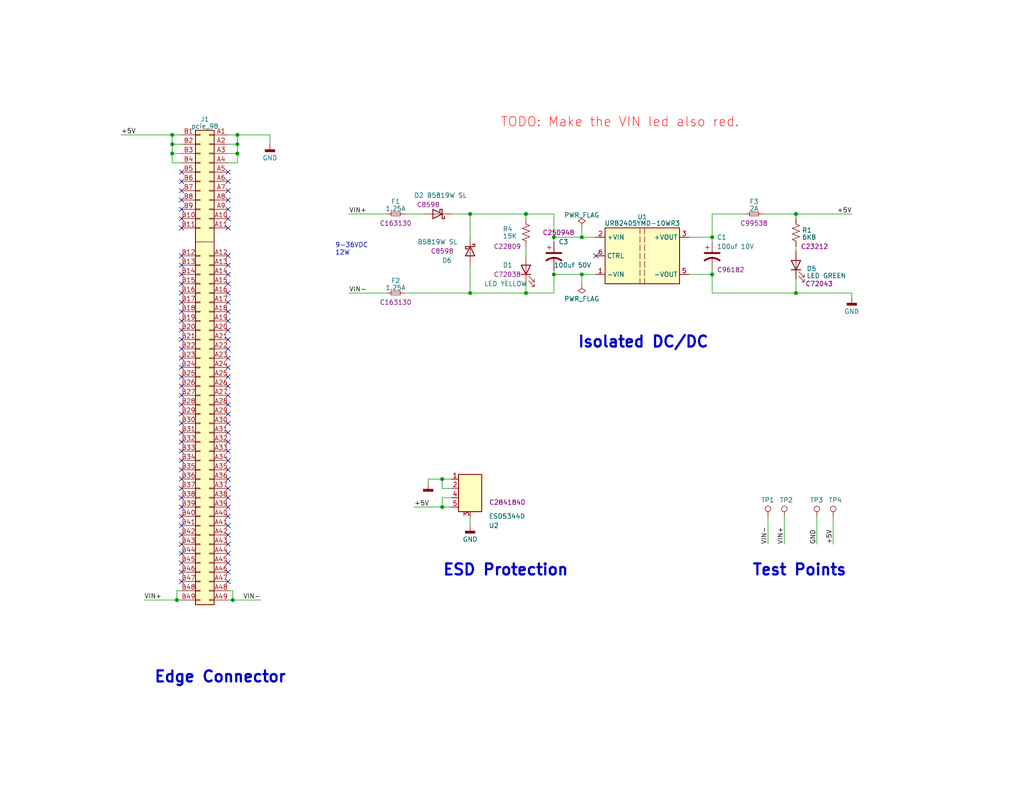
<source format=kicad_sch>
(kicad_sch (version 20230121) (generator eeschema)
  (paper "USLetter")
  (title_block (rev "0.2"))
  (lib_symbols
    (symbol "Device:C_Polarized_US" (pin_numbers hide) (pin_names (offset 0.254) hide)
      (property "Reference" "C" (at 0.635 2.54 0))
      (property "Value" "C_Polarized_US" (at 0.635 -2.54 0))
      (symbol "C_Polarized_US_0_1"
        (polyline (pts (xy -2.032 0.762) (xy 2.032 0.762)) (stroke (width 0.508)))
        (polyline (pts (xy -1.778 2.286) (xy -0.762 2.286)))
        (polyline (pts (xy -1.27 1.778) (xy -1.27 2.794)))
        (arc (start 2.032 -1.27) (mid 0 -0.5572) (end -2.032 -1.27) (stroke (width 0.508)))
      )
      (symbol "C_Polarized_US_1_1"
        (pin passive line (at 0 3.81 270) (length 2.794) (name "~") (number "1"))
        (pin passive line (at 0 -3.81 90) (length 3.302) (name "~") (number "2"))
      )
    )
    (symbol "Device:D_Schottky" (pin_numbers hide) (pin_names (offset 1.016) hide)
      (property "Reference" "D" (at 0 2.54 0))
      (property "Value" "D_Schottky" (at 0 -2.54 0))
      (symbol "D_Schottky_0_1"
        (polyline (pts (xy 1.27 0) (xy -1.27 0)))
        (polyline (pts (xy 1.27 1.27) (xy 1.27 -1.27) (xy -1.27 0) (xy 1.27 1.27)) (stroke (width 0.254)))
        (polyline (pts (xy -1.905 0.635) (xy -1.905 1.27) (xy -1.27 1.27) (xy -1.27 -1.27) (xy -0.635 -1.27) (xy -0.635 -0.635)) (stroke (width 0.254)))
      )
      (symbol "D_Schottky_1_1"
        (pin passive line (at -3.81 0 0) (length 2.54) (name "K") (number "1"))
        (pin passive line (at 3.81 0 180) (length 2.54) (name "A") (number "2"))
      )
    )
    (symbol "Device:Fuse_Small" (pin_numbers hide) (pin_names (offset 0.254) hide)
      (property "Reference" "F" (at 0 -1.524 0))
      (property "Value" "Fuse_Small" (at 0 1.524 0))
      (symbol "Fuse_Small_0_1"
        (rectangle (start -1.27 0.508) (end 1.27 -0.508))
        (polyline (pts (xy -1.27 0) (xy 1.27 0)))
      )
      (symbol "Fuse_Small_1_1"
        (pin passive line (at -2.54 0 0) (length 1.27) (name "~") (number "1"))
        (pin passive line (at 2.54 0 180) (length 1.27) (name "~") (number "2"))
      )
    )
    (symbol "Device:LED" (pin_numbers hide) (pin_names (offset 1.016) hide)
      (property "Reference" "D" (at 0 2.54 0))
      (property "Value" "LED" (at 0 -2.54 0))
      (symbol "LED_0_1"
        (polyline (pts (xy -1.27 -1.27) (xy -1.27 1.27)) (stroke (width 0.254)))
        (polyline (pts (xy -1.27 0) (xy 1.27 0)))
        (polyline (pts (xy 1.27 -1.27) (xy 1.27 1.27) (xy -1.27 0) (xy 1.27 -1.27)) (stroke (width 0.254)))
        (polyline (pts (xy -3.048 -0.762) (xy -4.572 -2.286) (xy -3.81 -2.286) (xy -4.572 -2.286) (xy -4.572 -1.524)))
        (polyline (pts (xy -1.778 -0.762) (xy -3.302 -2.286) (xy -2.54 -2.286) (xy -3.302 -2.286) (xy -3.302 -1.524)))
      )
      (symbol "LED_1_1"
        (pin passive line (at -3.81 0 0) (length 2.54) (name "K") (number "1"))
        (pin passive line (at 3.81 0 180) (length 2.54) (name "A") (number "2"))
      )
    )
    (symbol "Device:R_US" (pin_numbers hide) (pin_names (offset 0))
      (property "Reference" "R" (at 2.54 0 90))
      (property "Value" "R_US" (at -2.54 0 90))
      (symbol "R_US_0_1"
        (polyline (pts (xy 0 -2.286) (xy 0 -2.54)))
        (polyline (pts (xy 0 2.286) (xy 0 2.54)))
        (polyline (pts (xy 0 -0.762) (xy 1.016 -1.143) (xy 0 -1.524) (xy -1.016 -1.905) (xy 0 -2.286)))
        (polyline (pts (xy 0 0.762) (xy 1.016 0.381) (xy 0 0) (xy -1.016 -0.381) (xy 0 -0.762)))
        (polyline (pts (xy 0 2.286) (xy 1.016 1.905) (xy 0 1.524) (xy -1.016 1.143) (xy 0 0.762)))
      )
      (symbol "R_US_1_1"
        (pin passive line (at 0 3.81 270) (length 1.27) (name "~") (number "1"))
        (pin passive line (at 0 -3.81 90) (length 1.27) (name "~") (number "2"))
      )
    )
    (symbol "common:ESD5344D" (pin_names hide)
      (property "Reference" "U" (at -2.54 7.62 0))
      (property "Value" "esd_x4" (at 0 7.62 0))
      (symbol "ESD5344D_0_1"
        (rectangle (start -3.175 6.35) (end 3.175 -3.81) (stroke (width 0.254)) (fill (type background)))
      )
      (symbol "ESD5344D_1_1"
        (pin passive line (at -5.08 5.08 0) (length 1.905) (name "D1") (number "1"))
        (pin passive line (at -5.08 2.54 0) (length 1.905) (name "D2") (number "2"))
        (pin power_in line (at 0 -5.08 90) (length 1.27) (name "GND") (number "3"))
        (pin passive line (at -5.08 0 0) (length 1.905) (name "D3") (number "4"))
        (pin passive line (at -5.08 -2.54 0) (length 1.905) (name "D4") (number "5"))
      )
    )
    (symbol "common:GND" (power) (pin_names (offset 0))
      (property "Value" "GND" (at 0 -3.175 0))
      (symbol "GND_0_1"
        (rectangle (start -1.27 -1.524) (end 1.27 -2.032) (stroke (width 0.254)) (fill (type outline)))
        (polyline (pts (xy 0 0) (xy 0 -1.524)))
      )
      (symbol "GND_1_1"
        (pin power_in line (at 0 0 270) (length 0) hide (name "GND") (number "1"))
      )
    )
    (symbol "common:PCIE_98_EDGE" (pin_names (offset 1.016) hide)
      (property "Reference" "J" (at 1.27 40.64 0))
      (property "Value" "pcie_98" (at 20.32 44.45 0))
      (symbol "PCIE_98_EDGE_0_1"
        (polyline (pts (xy 3.81 8.89) (xy -1.27 8.89)))
      )
      (symbol "PCIE_98_EDGE_1_1"
        (rectangle (start -1.27 -89.027) (end 0 -88.773) (stroke (width 0.1524)))
        (rectangle (start -1.27 -86.487) (end 0 -86.233) (stroke (width 0.1524)))
        (rectangle (start -1.27 -83.947) (end 0 -83.693) (stroke (width 0.1524)))
        (rectangle (start -1.27 -81.407) (end 0 -81.153) (stroke (width 0.1524)))
        (rectangle (start -1.27 -78.867) (end 0 -78.613) (stroke (width 0.1524)))
        (rectangle (start -1.27 -76.327) (end 0 -76.073) (stroke (width 0.1524)))
        (rectangle (start -1.27 -73.787) (end 0 -73.533) (stroke (width 0.1524)))
        (rectangle (start -1.27 -71.247) (end 0 -70.993) (stroke (width 0.1524)))
        (rectangle (start -1.27 -68.707) (end 0 -68.453) (stroke (width 0.1524)))
        (rectangle (start -1.27 -66.167) (end 0 -65.913) (stroke (width 0.1524)))
        (rectangle (start -1.27 -63.627) (end 0 -63.373) (stroke (width 0.1524)))
        (rectangle (start -1.27 -61.087) (end 0 -60.833) (stroke (width 0.1524)))
        (rectangle (start -1.27 -58.547) (end 0 -58.293) (stroke (width 0.1524)))
        (rectangle (start -1.27 -56.007) (end 0 -55.753) (stroke (width 0.1524)))
        (rectangle (start -1.27 -53.467) (end 0 -53.213) (stroke (width 0.1524)))
        (rectangle (start -1.27 -50.927) (end 0 -50.673) (stroke (width 0.1524)))
        (rectangle (start -1.27 -48.387) (end 0 -48.133) (stroke (width 0.1524)))
        (rectangle (start -1.27 -17.653) (end 0 -17.907) (stroke (width 0.1524)))
        (rectangle (start -1.27 -15.113) (end 0 -15.367) (stroke (width 0.1524)))
        (rectangle (start -1.27 -12.573) (end 0 -12.827) (stroke (width 0.1524)))
        (rectangle (start -1.27 5.207) (end 0 4.953) (stroke (width 0.1524)))
        (rectangle (start -1.27 12.827) (end 0 12.573) (stroke (width 0.1524)))
        (rectangle (start -1.27 38.227) (end 0 37.973) (stroke (width 0.1524)))
        (rectangle (start -1.27 39.37) (end 3.81 -90.17) (stroke (width 0.254)) (fill (type background)))
        (rectangle (start 0 -45.847) (end -1.27 -45.593) (stroke (width 0.1524)))
        (rectangle (start 0 -43.307) (end -1.27 -43.053) (stroke (width 0.1524)))
        (rectangle (start 0 -40.767) (end -1.27 -40.513) (stroke (width 0.1524)))
        (rectangle (start 0 -38.227) (end -1.27 -37.973) (stroke (width 0.1524)))
        (rectangle (start 0 -35.687) (end -1.27 -35.433) (stroke (width 0.1524)))
        (rectangle (start 0 -33.147) (end -1.27 -32.893) (stroke (width 0.1524)))
        (rectangle (start 0 -30.607) (end -1.27 -30.353) (stroke (width 0.1524)))
        (rectangle (start 0 -28.067) (end -1.27 -27.813) (stroke (width 0.1524)))
        (rectangle (start 0 -25.527) (end -1.27 -25.273) (stroke (width 0.1524)))
        (rectangle (start 0 -22.987) (end -1.27 -22.733) (stroke (width 0.1524)))
        (rectangle (start 0 -20.447) (end -1.27 -20.193) (stroke (width 0.1524)))
        (rectangle (start 0 -10.287) (end -1.27 -10.033) (stroke (width 0.1524)))
        (rectangle (start 0 -7.747) (end -1.27 -7.493) (stroke (width 0.1524)))
        (rectangle (start 0 -5.207) (end -1.27 -4.953) (stroke (width 0.1524)))
        (rectangle (start 0 -2.667) (end -1.27 -2.413) (stroke (width 0.1524)))
        (rectangle (start 0 -0.127) (end -1.27 0.127) (stroke (width 0.1524)))
        (rectangle (start 0 2.413) (end -1.27 2.667) (stroke (width 0.1524)))
        (rectangle (start 0 15.113) (end -1.27 15.367) (stroke (width 0.1524)))
        (rectangle (start 0 17.653) (end -1.27 17.907) (stroke (width 0.1524)))
        (rectangle (start 0 20.193) (end -1.27 20.447) (stroke (width 0.1524)))
        (rectangle (start 0 22.733) (end -1.27 22.987) (stroke (width 0.1524)))
        (rectangle (start 0 25.273) (end -1.27 25.527) (stroke (width 0.1524)))
        (rectangle (start 0 27.813) (end -1.27 28.067) (stroke (width 0.1524)))
        (rectangle (start 0 30.353) (end -1.27 30.607) (stroke (width 0.1524)))
        (rectangle (start 0 32.893) (end -1.27 33.147) (stroke (width 0.1524)))
        (rectangle (start 0 35.433) (end -1.27 35.687) (stroke (width 0.1524)))
        (rectangle (start 2.54 -89.027) (end 3.81 -88.773) (stroke (width 0.1524)))
        (rectangle (start 2.54 -86.487) (end 3.81 -86.233) (stroke (width 0.1524)))
        (rectangle (start 2.54 -83.947) (end 3.81 -83.693) (stroke (width 0.1524)))
        (rectangle (start 2.54 -81.407) (end 3.81 -81.153) (stroke (width 0.1524)))
        (rectangle (start 2.54 -78.867) (end 3.81 -78.613) (stroke (width 0.1524)))
        (rectangle (start 2.54 -76.327) (end 3.81 -76.073) (stroke (width 0.1524)))
        (rectangle (start 2.54 -73.787) (end 3.81 -73.533) (stroke (width 0.1524)))
        (rectangle (start 2.54 -71.247) (end 3.81 -70.993) (stroke (width 0.1524)))
        (rectangle (start 2.54 -68.707) (end 3.81 -68.453) (stroke (width 0.1524)))
        (rectangle (start 2.54 -66.167) (end 3.81 -65.913) (stroke (width 0.1524)))
        (rectangle (start 2.54 -63.627) (end 3.81 -63.373) (stroke (width 0.1524)))
        (rectangle (start 2.54 -61.087) (end 3.81 -60.833) (stroke (width 0.1524)))
        (rectangle (start 2.54 -58.547) (end 3.81 -58.293) (stroke (width 0.1524)))
        (rectangle (start 2.54 -56.007) (end 3.81 -55.753) (stroke (width 0.1524)))
        (rectangle (start 2.54 -53.467) (end 3.81 -53.213) (stroke (width 0.1524)))
        (rectangle (start 2.54 -50.927) (end 3.81 -50.673) (stroke (width 0.1524)))
        (rectangle (start 2.54 -48.387) (end 3.81 -48.133) (stroke (width 0.1524)))
        (rectangle (start 2.54 -45.847) (end 3.81 -45.593) (stroke (width 0.1524)))
        (rectangle (start 2.54 -43.307) (end 3.81 -43.053) (stroke (width 0.1524)))
        (rectangle (start 2.54 -40.767) (end 3.81 -40.513) (stroke (width 0.1524)))
        (rectangle (start 2.54 -38.227) (end 3.81 -37.973) (stroke (width 0.1524)))
        (rectangle (start 2.54 -35.687) (end 3.81 -35.433) (stroke (width 0.1524)))
        (rectangle (start 2.54 -33.147) (end 3.81 -32.893) (stroke (width 0.1524)))
        (rectangle (start 2.54 -30.607) (end 3.81 -30.353) (stroke (width 0.1524)))
        (rectangle (start 2.54 -28.067) (end 3.81 -27.813) (stroke (width 0.1524)))
        (rectangle (start 2.54 -25.527) (end 3.81 -25.273) (stroke (width 0.1524)))
        (rectangle (start 2.54 -22.987) (end 3.81 -22.733) (stroke (width 0.1524)))
        (rectangle (start 2.54 -20.447) (end 3.81 -20.193) (stroke (width 0.1524)))
        (rectangle (start 2.54 -17.653) (end 3.81 -17.907) (stroke (width 0.1524)))
        (rectangle (start 2.54 -15.367) (end 3.81 -15.113) (stroke (width 0.1524)))
        (rectangle (start 2.54 -12.827) (end 3.81 -12.573) (stroke (width 0.1524)))
        (rectangle (start 2.54 -10.287) (end 3.81 -10.033) (stroke (width 0.1524)))
        (rectangle (start 2.54 -7.493) (end 3.81 -7.747) (stroke (width 0.1524)))
        (rectangle (start 2.54 -5.207) (end 3.81 -4.953) (stroke (width 0.1524)))
        (rectangle (start 2.54 -2.667) (end 3.81 -2.413) (stroke (width 0.1524)))
        (rectangle (start 2.54 -0.127) (end 3.81 0.127) (stroke (width 0.1524)))
        (rectangle (start 2.54 2.413) (end 3.81 2.667) (stroke (width 0.1524)))
        (rectangle (start 2.54 5.207) (end 3.81 4.953) (stroke (width 0.1524)))
        (rectangle (start 2.54 12.573) (end 3.81 12.827) (stroke (width 0.1524)))
        (rectangle (start 2.54 15.113) (end 3.81 15.367) (stroke (width 0.1524)))
        (rectangle (start 2.54 17.653) (end 3.81 17.907) (stroke (width 0.1524)))
        (rectangle (start 2.54 20.193) (end 3.81 20.447) (stroke (width 0.1524)))
        (rectangle (start 2.54 22.733) (end 3.81 22.987) (stroke (width 0.1524)))
        (rectangle (start 2.54 25.273) (end 3.81 25.527) (stroke (width 0.1524)))
        (rectangle (start 2.54 27.813) (end 3.81 28.067) (stroke (width 0.1524)))
        (rectangle (start 2.54 30.353) (end 3.81 30.607) (stroke (width 0.1524)))
        (rectangle (start 2.54 32.893) (end 3.81 33.147) (stroke (width 0.1524)))
        (rectangle (start 2.54 35.433) (end 3.81 35.687) (stroke (width 0.1524)))
        (rectangle (start 2.54 38.227) (end 3.81 37.973) (stroke (width 0.1524)))
        (pin passive line (at 7.62 38.1 180) (length 3.81) (name "Pin_a1") (number "A1"))
        (pin passive line (at 7.62 15.24 180) (length 3.81) (name "Pin_a10") (number "A10"))
        (pin passive line (at 7.62 12.7 180) (length 3.81) (name "Pin_A11") (number "A11"))
        (pin passive line (at 7.62 5.08 180) (length 3.81) (name "Pin_a12") (number "A12"))
        (pin passive line (at 7.62 2.54 180) (length 3.81) (name "Pin_a13") (number "A13"))
        (pin passive line (at 7.62 0 180) (length 3.81) (name "Pin_a14") (number "A14"))
        (pin passive line (at 7.62 -2.54 180) (length 3.81) (name "Pin_a15") (number "A15"))
        (pin passive line (at 7.62 -5.08 180) (length 3.81) (name "Pin_a16") (number "A16"))
        (pin passive line (at 7.62 -7.62 180) (length 3.81) (name "Pin_a17") (number "A17"))
        (pin passive line (at 7.62 -10.16 180) (length 3.81) (name "Pin_a18") (number "A18"))
        (pin passive line (at 7.62 -12.7 180) (length 3.81) (name "Pin_a19") (number "A19"))
        (pin passive line (at 7.62 35.56 180) (length 3.81) (name "Pin_a2") (number "A2"))
        (pin passive line (at 7.62 -15.24 180) (length 3.81) (name "Pin_a20") (number "A20"))
        (pin passive line (at 7.62 -17.78 180) (length 3.81) (name "Pin_a21") (number "A21"))
        (pin passive line (at 7.62 -20.32 180) (length 3.81) (name "Pin_a22") (number "A22"))
        (pin passive line (at 7.62 -22.86 180) (length 3.81) (name "Pin_a23") (number "A23"))
        (pin passive line (at 7.62 -25.4 180) (length 3.81) (name "Pin_a24") (number "A24"))
        (pin passive line (at 7.62 -27.94 180) (length 3.81) (name "Pin_a25") (number "A25"))
        (pin passive line (at 7.62 -30.48 180) (length 3.81) (name "Pin_a26") (number "A26"))
        (pin passive line (at 7.62 -33.02 180) (length 3.81) (name "Pin_a27") (number "A27"))
        (pin passive line (at 7.62 -35.56 180) (length 3.81) (name "Pin_a28") (number "A28"))
        (pin passive line (at 7.62 -38.1 180) (length 3.81) (name "Pin_a29") (number "A29"))
        (pin passive line (at 7.62 33.02 180) (length 3.81) (name "Pin_a3") (number "A3"))
        (pin passive line (at 7.62 -40.64 180) (length 3.81) (name "Pin_a30") (number "A30"))
        (pin passive line (at 7.62 -43.18 180) (length 3.81) (name "Pin_a31") (number "A31"))
        (pin passive line (at 7.62 -45.72 180) (length 3.81) (name "Pin_a32") (number "A32"))
        (pin passive line (at 7.62 -48.26 180) (length 3.81) (name "Pin_a33") (number "A33"))
        (pin passive line (at 7.62 -50.8 180) (length 3.81) (name "Pin_a34") (number "A34"))
        (pin passive line (at 7.62 -53.34 180) (length 3.81) (name "Pin_a35") (number "A35"))
        (pin passive line (at 7.62 -55.88 180) (length 3.81) (name "Pin_a36") (number "A36"))
        (pin passive line (at 7.62 -58.42 180) (length 3.81) (name "Pin_a37") (number "A37"))
        (pin passive line (at 7.62 -60.96 180) (length 3.81) (name "Pin_a38") (number "A38"))
        (pin passive line (at 7.62 -63.5 180) (length 3.81) (name "Pin_a39") (number "A39"))
        (pin passive line (at 7.62 30.48 180) (length 3.81) (name "Pin_a4") (number "A4"))
        (pin passive line (at 7.62 -66.04 180) (length 3.81) (name "Pin_a40") (number "A40"))
        (pin passive line (at 7.62 -68.58 180) (length 3.81) (name "Pin_a41") (number "A41"))
        (pin passive line (at 7.62 -71.12 180) (length 3.81) (name "Pin_a42") (number "A42"))
        (pin passive line (at 7.62 -73.66 180) (length 3.81) (name "Pin_a43") (number "A43"))
        (pin passive line (at 7.62 -76.2 180) (length 3.81) (name "Pin_a44") (number "A44"))
        (pin passive line (at 7.62 -78.74 180) (length 3.81) (name "Pin_a45") (number "A45"))
        (pin passive line (at 7.62 -81.28 180) (length 3.81) (name "Pin_a46") (number "A46"))
        (pin passive line (at 7.62 -83.82 180) (length 3.81) (name "Pin_a47") (number "A47"))
        (pin passive line (at 7.62 -86.36 180) (length 3.81) (name "Pin_a48") (number "A48"))
        (pin passive line (at 7.62 -88.9 180) (length 3.81) (name "Pin_a49") (number "A49"))
        (pin passive line (at 7.62 27.94 180) (length 3.81) (name "Pin_a5") (number "A5"))
        (pin passive line (at 7.62 25.4 180) (length 3.81) (name "Pin_a6") (number "A6"))
        (pin passive line (at 7.62 22.86 180) (length 3.81) (name "Pin_a7") (number "A7"))
        (pin passive line (at 7.62 20.32 180) (length 3.81) (name "Pin_a8") (number "A8"))
        (pin passive line (at 7.62 17.78 180) (length 3.81) (name "Pin_a9") (number "A9"))
        (pin passive line (at -5.08 38.1 0) (length 3.81) (name "Pin_b1") (number "B1"))
        (pin passive line (at -5.08 15.24 0) (length 3.81) (name "Pin_b10") (number "B10"))
        (pin passive line (at -5.08 12.7 0) (length 3.81) (name "Pin_b11") (number "B11"))
        (pin passive line (at -5.08 5.08 0) (length 3.81) (name "Pin_b12") (number "B12"))
        (pin passive line (at -5.08 2.54 0) (length 3.81) (name "Pin_b13") (number "B13"))
        (pin passive line (at -5.08 0 0) (length 3.81) (name "Pin_b14") (number "B14"))
        (pin passive line (at -5.08 -2.54 0) (length 3.81) (name "Pin_b15") (number "B15"))
        (pin passive line (at -5.08 -5.08 0) (length 3.81) (name "Pin_b16") (number "B16"))
        (pin passive line (at -5.08 -7.62 0) (length 3.81) (name "Pin_b17") (number "B17"))
        (pin passive line (at -5.08 -10.16 0) (length 3.81) (name "Pin_b18") (number "B18"))
        (pin passive line (at -5.08 -12.7 0) (length 3.81) (name "Pin_b19") (number "B19"))
        (pin passive line (at -5.08 35.56 0) (length 3.81) (name "Pin_b2") (number "B2"))
        (pin passive line (at -5.08 -15.24 0) (length 3.81) (name "Pin_b20") (number "B20"))
        (pin passive line (at -5.08 -17.78 0) (length 3.81) (name "Pin_b21") (number "B21"))
        (pin passive line (at -5.08 -20.32 0) (length 3.81) (name "Pin_b22") (number "B22"))
        (pin passive line (at -5.08 -22.86 0) (length 3.81) (name "Pin_b23") (number "B23"))
        (pin passive line (at -5.08 -25.4 0) (length 3.81) (name "Pin_b24") (number "B24"))
        (pin passive line (at -5.08 -27.94 0) (length 3.81) (name "Pin_b25") (number "B25"))
        (pin passive line (at -5.08 -30.48 0) (length 3.81) (name "Pin_b26") (number "B26"))
        (pin passive line (at -5.08 -33.02 0) (length 3.81) (name "Pin_b27") (number "B27"))
        (pin passive line (at -5.08 -35.56 0) (length 3.81) (name "Pin_b28") (number "B28"))
        (pin passive line (at -5.08 -38.1 0) (length 3.81) (name "Pin_b29") (number "B29"))
        (pin passive line (at -5.08 33.02 0) (length 3.81) (name "Pin_b3") (number "B3"))
        (pin passive line (at -5.08 -40.64 0) (length 3.81) (name "Pin_b30") (number "B30"))
        (pin passive line (at -5.08 -43.18 0) (length 3.81) (name "Pin_b31") (number "B31"))
        (pin passive line (at -5.08 -45.72 0) (length 3.81) (name "Pin_b32") (number "B32"))
        (pin passive line (at -5.08 -48.26 0) (length 3.81) (name "Pin_b33") (number "B33"))
        (pin passive line (at -5.08 -50.8 0) (length 3.81) (name "Pin_b34") (number "B34"))
        (pin passive line (at -5.08 -53.34 0) (length 3.81) (name "Pin_b35") (number "B35"))
        (pin passive line (at -5.08 -55.88 0) (length 3.81) (name "Pin_b36") (number "B36"))
        (pin passive line (at -5.08 -58.42 0) (length 3.81) (name "Pin_b37") (number "B37"))
        (pin passive line (at -5.08 -60.96 0) (length 3.81) (name "Pin_b38") (number "B38"))
        (pin passive line (at -5.08 -63.5 0) (length 3.81) (name "Pin_b39") (number "B39"))
        (pin passive line (at -5.08 30.48 0) (length 3.81) (name "Pin_b4") (number "B4"))
        (pin passive line (at -5.08 -66.04 0) (length 3.81) (name "Pin_b40") (number "B40"))
        (pin passive line (at -5.08 -68.58 0) (length 3.81) (name "Pin_b41") (number "B41"))
        (pin passive line (at -5.08 -71.12 0) (length 3.81) (name "Pin_b42") (number "B42"))
        (pin passive line (at -5.08 -73.66 0) (length 3.81) (name "Pin_b43") (number "B43"))
        (pin passive line (at -5.08 -76.2 0) (length 3.81) (name "Pin_b44") (number "B44"))
        (pin passive line (at -5.08 -78.74 0) (length 3.81) (name "Pin_b45") (number "B45"))
        (pin passive line (at -5.08 -81.28 0) (length 3.81) (name "Pin_46") (number "B46"))
        (pin passive line (at -5.08 -83.82 0) (length 3.81) (name "Pin_b47") (number "B47"))
        (pin passive line (at -5.08 -86.36 0) (length 3.81) (name "Pin_b48") (number "B48"))
        (pin passive line (at -5.08 -88.9 0) (length 3.81) (name "Pin_b49") (number "B49"))
        (pin passive line (at -5.08 27.94 0) (length 3.81) (name "Pin_b5") (number "B5"))
        (pin passive line (at -5.08 25.4 0) (length 3.81) (name "Pin_b6") (number "B6"))
        (pin passive line (at -5.08 22.86 0) (length 3.81) (name "Pin_b7") (number "B7"))
        (pin passive line (at -5.08 20.32 0) (length 3.81) (name "Pin_b8") (number "B8"))
        (pin passive line (at -5.08 17.78 0) (length 3.81) (name "Pin_b9") (number "B9"))
      )
    )
    (symbol "common:TestPoint" (pin_numbers hide) (pin_names (offset 0.762) hide)
      (property "Reference" "TP" (at 0 6.858 0))
      (property "Value" "TestPoint" (at 0 5.08 0))
      (symbol "TestPoint_0_1"
        (circle (center 0 3.302) (radius 0.762))
      )
      (symbol "TestPoint_1_1"
        (pin passive line (at 0 1.27 90) (length 1.27) (name "1") (number "1"))
      )
    )
    (symbol "power:PWR_FLAG" (power) (pin_numbers hide) (pin_names (offset 0) hide)
      (property "Value" "PWR_FLAG" (at 0 3.81 0))
      (symbol "PWR_FLAG_0_0"
        (pin power_out line (at 0 0 90) (length 0) (name "pwr") (number "1"))
      )
      (symbol "PWR_FLAG_0_1"
        (polyline (pts (xy 0 0) (xy 0 1.27) (xy -1.016 1.905) (xy 0 2.54) (xy 1.016 1.905) (xy 0 1.27)))
      )
    )
    (symbol "power_supply:URB2405YMD-10WR3"
      (property "Reference" "U" (at 0 11.43 0))
      (property "Value" "URB2405YMD-10WR3" (at 0 8.89 0))
      (symbol "URB2405YMD-10WR3_0_1"
        (rectangle (start -10.16 7.62) (end 10.16 -7.62) (stroke (width 0.254)) (fill (type background)))
      )
      (symbol "URB2405YMD-10WR3_1_1"
        (polyline (pts (xy -0.635 7.62) (xy -0.635 -7.62)) (stroke (width 0) (type dash)))
        (polyline (pts (xy 0.635 7.62) (xy 0.635 -7.62)) (stroke (width 0) (type dash)))
        (pin power_in line (at -12.7 -5.08 0) (length 2.54) (name "-VIN") (number "1"))
        (pin power_in line (at -12.7 5.08 0) (length 2.54) (name "+VIN") (number "2"))
        (pin power_out line (at 12.7 5.08 180) (length 2.54) (name "+VOUT") (number "3"))
        (pin power_out line (at 12.7 -5.08 180) (length 2.54) (name "-VOUT") (number "5"))
        (pin input line (at -12.7 0 0) (length 2.54) (name "CTRL") (number "6"))
      )
    )
  )
  (junction (at 194.31 74.93))
  (junction (at 128.27 58.42))
  (junction (at 64.77 41.91))
  (junction (at 151.13 64.77))
  (junction (at 128.27 80.01))
  (junction (at 64.77 36.83))
  (junction (at 158.75 74.93))
  (junction (at 63.5 163.83))
  (junction (at 143.51 58.42))
  (junction (at 120.65 138.43))
  (junction (at 194.31 64.77))
  (junction (at 46.99 36.83))
  (junction (at 217.17 80.01))
  (junction (at 64.77 39.37))
  (junction (at 48.26 163.83))
  (junction (at 158.75 64.77))
  (junction (at 151.13 74.93))
  (junction (at 120.65 130.81))
  (junction (at 46.99 41.91))
  (junction (at 143.51 80.01))
  (junction (at 217.17 58.42))
  (junction (at 46.99 39.37))
  (no_connect (at 49.53 156.21))
  (no_connect (at 62.23 92.71))
  (no_connect (at 49.53 115.57))
  (no_connect (at 49.53 62.23))
  (no_connect (at 49.53 140.97))
  (no_connect (at 62.23 105.41))
  (no_connect (at 49.53 77.47))
  (no_connect (at 62.23 77.47))
  (no_connect (at 62.23 120.65))
  (no_connect (at 49.53 52.07))
  (no_connect (at 49.53 133.35))
  (no_connect (at 49.53 82.55))
  (no_connect (at 49.53 74.93))
  (no_connect (at 62.23 46.99))
  (no_connect (at 49.53 120.65))
  (no_connect (at 62.23 62.23))
  (no_connect (at 49.53 102.87))
  (no_connect (at 49.53 80.01))
  (no_connect (at 62.23 100.33))
  (no_connect (at 62.23 52.07))
  (no_connect (at 62.23 148.59))
  (no_connect (at 62.23 128.27))
  (no_connect (at 162.56 69.85))
  (no_connect (at 49.53 123.19))
  (no_connect (at 62.23 115.57))
  (no_connect (at 62.23 80.01))
  (no_connect (at 49.53 148.59))
  (no_connect (at 62.23 49.53))
  (no_connect (at 62.23 143.51))
  (no_connect (at 49.53 95.25))
  (no_connect (at 49.53 138.43))
  (no_connect (at 62.23 95.25))
  (no_connect (at 49.53 69.85))
  (no_connect (at 49.53 110.49))
  (no_connect (at 62.23 146.05))
  (no_connect (at 62.23 156.21))
  (no_connect (at 49.53 146.05))
  (no_connect (at 49.53 158.75))
  (no_connect (at 62.23 135.89))
  (no_connect (at 49.53 87.63))
  (no_connect (at 49.53 57.15))
  (no_connect (at 62.23 133.35))
  (no_connect (at 62.23 140.97))
  (no_connect (at 62.23 118.11))
  (no_connect (at 62.23 123.19))
  (no_connect (at 62.23 90.17))
  (no_connect (at 62.23 87.63))
  (no_connect (at 49.53 105.41))
  (no_connect (at 49.53 113.03))
  (no_connect (at 62.23 138.43))
  (no_connect (at 49.53 46.99))
  (no_connect (at 49.53 100.33))
  (no_connect (at 49.53 92.71))
  (no_connect (at 62.23 153.67))
  (no_connect (at 49.53 128.27))
  (no_connect (at 49.53 85.09))
  (no_connect (at 49.53 125.73))
  (no_connect (at 62.23 125.73))
  (no_connect (at 62.23 69.85))
  (no_connect (at 49.53 130.81))
  (no_connect (at 49.53 90.17))
  (no_connect (at 62.23 57.15))
  (no_connect (at 49.53 151.13))
  (no_connect (at 49.53 54.61))
  (no_connect (at 49.53 118.11))
  (no_connect (at 49.53 153.67))
  (no_connect (at 62.23 151.13))
  (no_connect (at 62.23 97.79))
  (no_connect (at 49.53 135.89))
  (no_connect (at 62.23 54.61))
  (no_connect (at 49.53 107.95))
  (no_connect (at 62.23 72.39))
  (no_connect (at 49.53 72.39))
  (no_connect (at 62.23 107.95))
  (no_connect (at 49.53 97.79))
  (no_connect (at 62.23 59.69))
  (no_connect (at 62.23 113.03))
  (no_connect (at 62.23 102.87))
  (no_connect (at 49.53 49.53))
  (no_connect (at 49.53 59.69))
  (no_connect (at 62.23 74.93))
  (no_connect (at 49.53 143.51))
  (no_connect (at 62.23 85.09))
  (no_connect (at 62.23 158.75))
  (no_connect (at 62.23 130.81))
  (no_connect (at 62.23 110.49))
  (no_connect (at 62.23 82.55))
  (wire (pts (xy 46.99 41.91) (xy 49.53 41.91)))
  (wire (pts (xy 194.31 64.77) (xy 194.31 66.04)))
  (wire (pts (xy 95.25 80.01) (xy 105.41 80.01)))
  (wire (pts (xy 151.13 58.42) (xy 151.13 64.77)))
  (wire (pts (xy 64.77 36.83) (xy 73.66 36.83)))
  (wire (pts (xy 123.19 58.42) (xy 128.27 58.42)))
  (wire (pts (xy 222.885 148.59) (xy 222.885 140.97)))
  (wire (pts (xy 187.96 74.93) (xy 194.31 74.93)))
  (wire (pts (xy 64.77 39.37) (xy 62.23 39.37)))
  (wire (pts (xy 64.77 41.91) (xy 64.77 44.45)))
  (wire (pts (xy 39.37 163.83) (xy 48.26 163.83)))
  (wire (pts (xy 64.77 36.83) (xy 64.77 39.37)))
  (wire (pts (xy 158.75 74.93) (xy 158.75 77.47)))
  (wire (pts (xy 217.17 80.01) (xy 232.41 80.01)))
  (wire (pts (xy 158.75 74.93) (xy 162.56 74.93)))
  (wire (pts (xy 217.17 67.31) (xy 217.17 68.58)))
  (wire (pts (xy 213.995 148.59) (xy 213.995 140.97)))
  (wire (pts (xy 48.26 163.83) (xy 49.53 163.83)))
  (wire (pts (xy 46.99 41.91) (xy 46.99 39.37)))
  (wire (pts (xy 48.26 161.29) (xy 48.26 163.83)))
  (wire (pts (xy 217.17 58.42) (xy 232.41 58.42)))
  (wire (pts (xy 113.03 138.43) (xy 120.65 138.43)))
  (wire (pts (xy 194.31 80.01) (xy 194.31 74.93)))
  (wire (pts (xy 158.75 62.23) (xy 158.75 64.77)))
  (wire (pts (xy 194.31 80.01) (xy 217.17 80.01)))
  (wire (pts (xy 120.65 133.35) (xy 123.19 133.35)))
  (wire (pts (xy 116.84 130.81) (xy 120.65 130.81)))
  (wire (pts (xy 217.17 58.42) (xy 217.17 59.69)))
  (wire (pts (xy 128.27 80.01) (xy 143.51 80.01)))
  (wire (pts (xy 64.77 39.37) (xy 64.77 41.91)))
  (wire (pts (xy 95.25 58.42) (xy 105.41 58.42)))
  (wire (pts (xy 158.75 64.77) (xy 162.56 64.77)))
  (wire (pts (xy 143.51 67.31) (xy 143.51 69.85)))
  (wire (pts (xy 120.65 133.35) (xy 120.65 130.81)))
  (wire (pts (xy 217.17 76.2) (xy 217.17 80.01)))
  (wire (pts (xy 128.27 140.97) (xy 128.27 143.51)))
  (wire (pts (xy 143.51 58.42) (xy 143.51 59.69)))
  (wire (pts (xy 62.23 36.83) (xy 64.77 36.83)))
  (wire (pts (xy 49.53 161.29) (xy 48.26 161.29)))
  (wire (pts (xy 64.77 41.91) (xy 62.23 41.91)))
  (wire (pts (xy 151.13 64.77) (xy 158.75 64.77)))
  (wire (pts (xy 62.23 163.83) (xy 63.5 163.83)))
  (wire (pts (xy 194.31 58.42) (xy 194.31 64.77)))
  (wire (pts (xy 143.51 80.01) (xy 151.13 80.01)))
  (wire (pts (xy 64.77 44.45) (xy 62.23 44.45)))
  (wire (pts (xy 110.49 80.01) (xy 128.27 80.01)))
  (wire (pts (xy 208.28 58.42) (xy 217.17 58.42)))
  (wire (pts (xy 120.65 138.43) (xy 123.19 138.43)))
  (wire (pts (xy 63.5 161.29) (xy 63.5 163.83)))
  (wire (pts (xy 128.27 58.42) (xy 143.51 58.42)))
  (wire (pts (xy 151.13 74.93) (xy 158.75 74.93)))
  (wire (pts (xy 232.41 80.01) (xy 232.41 81.28)))
  (wire (pts (xy 128.27 72.39) (xy 128.27 80.01)))
  (wire (pts (xy 62.23 161.29) (xy 63.5 161.29)))
  (wire (pts (xy 143.51 58.42) (xy 151.13 58.42)))
  (wire (pts (xy 209.55 148.59) (xy 209.55 140.97)))
  (wire (pts (xy 46.99 36.83) (xy 49.53 36.83)))
  (wire (pts (xy 123.19 135.89) (xy 120.65 135.89)))
  (wire (pts (xy 33.02 36.83) (xy 46.99 36.83)))
  (wire (pts (xy 116.84 130.81) (xy 116.84 132.08)))
  (wire (pts (xy 151.13 80.01) (xy 151.13 74.93)))
  (wire (pts (xy 120.65 130.81) (xy 123.19 130.81)))
  (wire (pts (xy 73.66 36.83) (xy 73.66 39.37)))
  (wire (pts (xy 194.31 58.42) (xy 203.2 58.42)))
  (wire (pts (xy 187.96 64.77) (xy 194.31 64.77)))
  (wire (pts (xy 151.13 73.66) (xy 151.13 74.93)))
  (wire (pts (xy 227.33 148.59) (xy 227.33 140.97)))
  (wire (pts (xy 143.51 77.47) (xy 143.51 80.01)))
  (wire (pts (xy 120.65 135.89) (xy 120.65 138.43)))
  (wire (pts (xy 49.53 44.45) (xy 46.99 44.45)))
  (wire (pts (xy 46.99 39.37) (xy 49.53 39.37)))
  (wire (pts (xy 128.27 58.42) (xy 128.27 64.77)))
  (wire (pts (xy 63.5 163.83) (xy 71.12 163.83)))
  (wire (pts (xy 194.31 73.66) (xy 194.31 74.93)))
  (wire (pts (xy 110.49 58.42) (xy 115.57 58.42)))
  (wire (pts (xy 46.99 39.37) (xy 46.99 36.83)))
  (wire (pts (xy 151.13 64.77) (xy 151.13 66.04)))
  (wire (pts (xy 46.99 44.45) (xy 46.99 41.91)))
  (text "ESD Protection" (at 120.65 157.48 0) (effects (font (size 3 3) (thickness 0.6) bold) (justify left bottom)))
  (text "9-36VDC\n12W" (at 91.44 69.85 0) (effects (font (size 1.27 1.27)) (justify left bottom)))
  (text "Edge Connector" (at 41.91 186.69 0) (effects (font (size 3 3) (thickness 0.6) bold) (justify left bottom)))
  (text "Isolated DC/DC" (at 157.48 95.25 0) (effects (font (size 3 3) (thickness 0.6) bold) (justify left bottom)))
  (text "TODO: Make the VIN led also red." (at 136.525 34.925 0) (effects (font (size 2.54 2.54)) (justify left bottom)))
  (text "Test Points" (at 205.105 157.48 0) (effects (font (size 3 3) (thickness 0.6) bold) (justify left bottom)))
  (label "VIN+" (at 95.25 58.42 0))
  (label "+5V" (at 113.03 138.43 0))
  (label "GND" (at 222.885 148.59 90))
  (label "VIN-" (at 209.55 148.59 90))
  (label "VIN+" (at 213.995 148.59 90))
  (label "VIN-" (at 71.12 163.83 180))
  (label "+5V" (at 33.02 36.83 0))
  (label "+5V" (at 232.41 58.42 180))
  (label "VIN-" (at 95.25 80.01 0))
  (label "+5V" (at 227.33 148.59 90))
  (label "VIN+" (at 39.37 163.83 0))
  (symbol (lib_id "Device:Fuse_Small") (at 107.95 80.01 0) (unit 1)
    (property "Reference" "F2" (at 107.95 76.6191 0))
    (property "Value" "1.25A" (at 107.95 78.5401 0))
    (property "Footprint" "common:Fuse_1206_3216Metric_Pad1.42x1.75mm_HandSolder" (effects hide))
    (property "LCSC" "C163130" (at 107.95 82.55 0))
  )
  (symbol (lib_id "Device:Fuse_Small") (at 205.74 58.42 0) (unit 1)
    (property "Reference" "F3" (at 205.74 55.0291 0))
    (property "Value" "2A" (at 205.74 56.9501 0))
    (property "Footprint" "common:Fuse_1206_3216Metric_Pad1.42x1.75mm_HandSolder" (effects hide))
    (property "LCSC" "C99538" (at 205.74 60.96 0))
  )
  (symbol (lib_id "Device:Fuse_Small") (at 107.95 58.42 0) (unit 1)
    (property "Reference" "F1" (at 107.95 55.0291 0))
    (property "Value" "1.25A" (at 107.95 56.9501 0))
    (property "Footprint" "common:Fuse_1206_3216Metric_Pad1.42x1.75mm_HandSolder" (effects hide))
    (property "LCSC" "C163130" (at 107.95 60.96 0))
  )
  (symbol (lib_id "common:PCIE_98_EDGE") (at 54.61 74.93 0) (unit 1)
    (property "Reference" "J1" (at 55.88 32.5501 0))
    (property "Value" "pcie_98" (at 55.88 34.4711 0))
    (property "Footprint" "common:PCIE_98_CARD" (effects hide))
    (property "LCSC" "DNP" (effects hide))
  )
  (symbol (lib_id "common:TestPoint") (at 222.885 142.24 0) (unit 1)
    (property "Reference" "TP3" (at 220.98 136.525 0) (effects (justify left)))
    (property "Value" "TestPoint" (effects hide))
    (property "Footprint" "common:Test_Pad" (effects hide))
    (property "LCSC" "DNP" (effects hide))
  )
  (symbol (lib_id "common:TestPoint") (at 209.55 142.24 0) (unit 1)
    (property "Reference" "TP1" (at 207.645 136.525 0) (effects (justify left)))
    (property "Value" "TestPoint" (effects hide))
    (property "Footprint" "common:Test_Pad" (effects hide))
    (property "LCSC" "DNP" (effects hide))
  )
  (symbol (lib_id "Device:D_Schottky") (at 128.27 68.58 270) (unit 1)
    (property "Reference" "D6" (at 121.92 71.12 90))
    (property "Value" "B5819W SL" (at 119.38 66.04 90))
    (property "Footprint" "Diode_SMD:D_SOD-123" (effects hide))
    (property "Datasheet" "https://datasheet.lcsc.com/lcsc/1809140216_Jiangsu-Changjing-Electronics-Technology-Co---Ltd--B5819W-SL_C8598.pdf" (effects hide))
    (property "LCSC" "C8598" (at 120.65 68.58 90))
  )
  (symbol (lib_id "Device:D_Schottky") (at 119.38 58.42 180) (unit 1)
    (property "Reference" "D2" (at 114.3 53.34 0))
    (property "Value" "B5819W SL" (at 121.92 53.34 0))
    (property "Footprint" "Diode_SMD:D_SOD-123" (effects hide))
    (property "Datasheet" "https://datasheet.lcsc.com/lcsc/1809140216_Jiangsu-Changjing-Electronics-Technology-Co---Ltd--B5819W-SL_C8598.pdf" (effects hide))
    (property "LCSC" "C8598" (at 116.84 55.88 0))
  )
  (symbol (lib_id "Device:LED") (at 217.17 72.39 90) (unit 1)
    (property "Reference" "D5" (at 220.091 73.3338 90) (effects (justify right)))
    (property "Value" "LED GREEN" (at 220.091 75.2548 90) (effects (justify right)))
    (property "Footprint" "LED_SMD:LED_0603_1608Metric" (effects hide))
    (property "LCSC" "C72043" (at 223.52 77.47 90))
  )
  (symbol (lib_id "Device:C_Polarized_US") (at 194.31 69.85 0) (unit 1)
    (property "Reference" "C1" (at 195.58 64.77 0) (effects (justify left)))
    (property "Value" "100uf 10V" (at 195.58 67.31 0) (effects (justify left)))
    (property "Footprint" "Capacitor_SMD:CP_Elec_5x5.4" (effects hide))
    (property "Datasheet" "https://datasheet.lcsc.com/lcsc/2202252030_ROQANG-RVE1A101M0505_C131115.pdf" (effects hide))
    (property "LCSC" "C96182" (at 199.39 73.66 0))
  )
  (symbol (lib_id "common:TestPoint") (at 213.995 142.24 0) (unit 1)
    (property "Reference" "TP2" (at 212.725 136.525 0) (effects (justify left)))
    (property "Value" "TestPoint" (effects hide))
    (property "Footprint" "common:Test_Pad" (effects hide))
    (property "LCSC" "DNP" (effects hide))
  )
  (symbol (lib_id "common:GND") (at 232.41 81.28 0) (unit 1)
    (property "Reference" "#PWR02" (effects hide))
    (property "Value" "GND" (at 232.41 85.0345 0))
  )
  (symbol (lib_id "power_supply:URB2405YMD-10WR3") (at 175.26 69.85 0) (unit 1)
    (property "Reference" "U1" (at 175.26 59.2201 0))
    (property "Value" "URB2405YMD-10WR3" (at 175.26 60.96 0))
    (property "Footprint" "power_supply:DCDC" (effects hide))
    (property "Datasheet" "https://www.mornsun-power.com/html/pdf/URB2405YMD-10WR3.html" (effects hide))
    (property "LCSC" "C91825" (effects hide))
  )
  (symbol (lib_id "common:ESD5344D") (at 128.27 135.89 0) (unit 1)
    (property "Reference" "U2" (at 133.35 143.51 0) (effects (justify left)))
    (property "Value" "ESD5344D" (at 133.35 140.97 0) (effects (justify left)))
    (property "Footprint" "common:Diodes_UDFN-10_1.0x2.5mm_P0.5mm" (effects hide))
    (property "Datasheet" "https://datasheet.lcsc.com/lcsc/2202132030_TECH-PUBLIC-ESD5344D-TP_C2841840.pdf" (effects hide))
    (property "LCSC" "C2841840" (at 138.43 137.16 0))
  )
  (symbol (lib_id "power:PWR_FLAG") (at 158.75 62.23 0) (unit 1)
    (property "Reference" "#FLG03" (effects hide))
    (property "Value" "PWR_FLAG" (at 158.75 58.7281 0))
  )
  (symbol (lib_id "Device:R_US") (at 217.17 63.5 0) (unit 1)
    (property "Reference" "R1" (at 218.821 62.8563 0) (effects (justify left)))
    (property "Value" "6K8" (at 218.821 64.7773 0) (effects (justify left)))
    (property "Footprint" "Resistor_SMD:R_0603_1608Metric" (effects hide))
    (property "LCSC" "C23212" (at 222.25 67.31 0))
  )
  (symbol (lib_id "common:GND") (at 116.84 132.08 0) (unit 1)
    (property "Reference" "#PWR03" (effects hide))
    (property "Value" "GND" (effects hide))
  )
  (symbol (lib_id "common:TestPoint") (at 227.33 142.24 0) (unit 1)
    (property "Reference" "TP4" (at 226.06 136.525 0) (effects (justify left)))
    (property "Value" "TestPoint" (effects hide))
    (property "Footprint" "common:Test_Pad" (effects hide))
    (property "LCSC" "DNP" (effects hide))
  )
  (symbol (lib_id "common:GND") (at 128.27 143.51 0) (unit 1)
    (property "Reference" "#PWR05" (effects hide))
    (property "Value" "GND" (at 128.27 147.2645 0))
  )
  (symbol (lib_id "Device:R_US") (at 143.51 63.5 0) (unit 1)
    (property "Reference" "R4" (at 137.16 62.5315 0) (effects (justify left)))
    (property "Value" "15K" (at 137.16 64.4525 0) (effects (justify left)))
    (property "Footprint" "Resistor_SMD:R_0603_1608Metric" (effects hide))
    (property "LCSC" "C22809" (at 138.43 67.31 0))
  )
  (symbol (lib_id "Device:LED") (at 143.51 73.66 90) (unit 1)
    (property "Reference" "D1" (at 137.16 72.39 90) (effects (justify right)))
    (property "Value" "LED YELLOW" (at 132.08 77.47 90) (effects (justify right)))
    (property "Footprint" "LED_SMD:LED_0603_1608Metric" (effects hide))
    (property "LCSC" "C72038" (at 138.43 74.93 90))
  )
  (symbol (lib_id "common:GND") (at 73.66 39.37 0) (unit 1)
    (property "Reference" "#PWR04" (effects hide))
    (property "Value" "GND" (at 73.66 43.1245 0))
  )
  (symbol (lib_id "Device:C_Polarized_US") (at 151.13 69.85 0) (unit 1)
    (property "Reference" "C3" (at 152.4 66.04 0) (effects (justify left)))
    (property "Value" "100uf 50V" (at 151.13 72.39 0) (effects (justify left)))
    (property "Footprint" "Capacitor_SMD:C_Elec_8x10.2" (effects hide))
    (property "Datasheet" "https://datasheet.lcsc.com/lcsc/2202252030_ROQANG-RVE1A101M0505_C131115.pdf" (effects hide))
    (property "LCSC" "C250948" (at 152.4 63.5 0))
  )
  (symbol (lib_id "power:PWR_FLAG") (at 158.75 77.47 180) (unit 1)
    (property "Reference" "#FLG04" (effects hide))
    (property "Value" "PWR_FLAG" (at 158.75 81.6055 0))
  )
)
</source>
